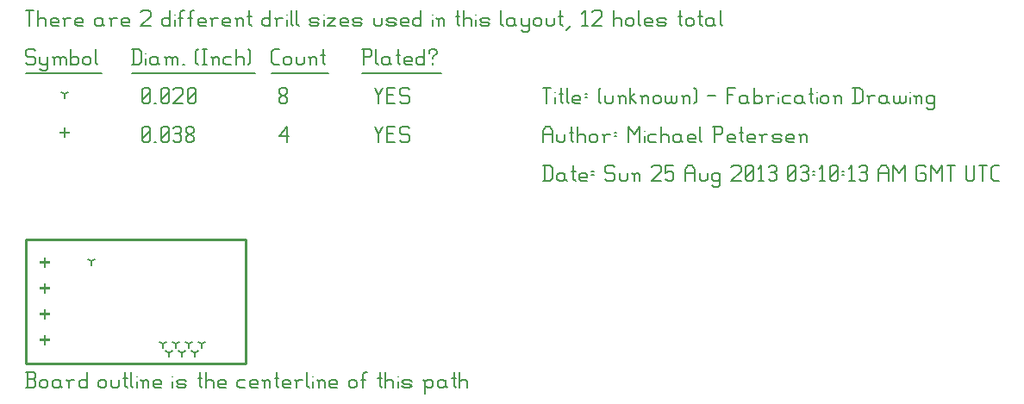
<source format=gbr>
G04 start of page 12 for group -3984 idx -3984 *
G04 Title: (unknown), fab *
G04 Creator: pcb 20110918 *
G04 CreationDate: Sun 25 Aug 2013 03:10:13 AM GMT UTC *
G04 For: railfan *
G04 Format: Gerber/RS-274X *
G04 PCB-Dimensions: 85000 48000 *
G04 PCB-Coordinate-Origin: lower left *
%MOIN*%
%FSLAX25Y25*%
%LNFAB*%
%ADD57C,0.0100*%
%ADD56C,0.0075*%
%ADD55C,0.0060*%
%ADD54R,0.0080X0.0080*%
G54D54*X7500Y40600D02*Y37400D01*
X5900Y39000D02*X9100D01*
X7500Y30600D02*Y27400D01*
X5900Y29000D02*X9100D01*
X7500Y20600D02*Y17400D01*
X5900Y19000D02*X9100D01*
X7500Y10600D02*Y7400D01*
X5900Y9000D02*X9100D01*
X15000Y90850D02*Y87650D01*
X13400Y89250D02*X16600D01*
G54D55*X135000Y91500D02*X136500Y88500D01*
X138000Y91500D01*
X136500Y88500D02*Y85500D01*
X139800Y88800D02*X142050D01*
X139800Y85500D02*X142800D01*
X139800Y91500D02*Y85500D01*
Y91500D02*X142800D01*
X147600D02*X148350Y90750D01*
X145350Y91500D02*X147600D01*
X144600Y90750D02*X145350Y91500D01*
X144600Y90750D02*Y89250D01*
X145350Y88500D01*
X147600D01*
X148350Y87750D01*
Y86250D01*
X147600Y85500D02*X148350Y86250D01*
X145350Y85500D02*X147600D01*
X144600Y86250D02*X145350Y85500D01*
X98000Y87750D02*X101000Y91500D01*
X98000Y87750D02*X101750D01*
X101000Y91500D02*Y85500D01*
X45000Y86250D02*X45750Y85500D01*
X45000Y90750D02*Y86250D01*
Y90750D02*X45750Y91500D01*
X47250D01*
X48000Y90750D01*
Y86250D01*
X47250Y85500D02*X48000Y86250D01*
X45750Y85500D02*X47250D01*
X45000Y87000D02*X48000Y90000D01*
X49800Y85500D02*X50550D01*
X52350Y86250D02*X53100Y85500D01*
X52350Y90750D02*Y86250D01*
Y90750D02*X53100Y91500D01*
X54600D01*
X55350Y90750D01*
Y86250D01*
X54600Y85500D02*X55350Y86250D01*
X53100Y85500D02*X54600D01*
X52350Y87000D02*X55350Y90000D01*
X57150Y90750D02*X57900Y91500D01*
X59400D01*
X60150Y90750D01*
X59400Y85500D02*X60150Y86250D01*
X57900Y85500D02*X59400D01*
X57150Y86250D02*X57900Y85500D01*
Y88800D02*X59400D01*
X60150Y90750D02*Y89550D01*
Y88050D02*Y86250D01*
Y88050D02*X59400Y88800D01*
X60150Y89550D02*X59400Y88800D01*
X61950Y86250D02*X62700Y85500D01*
X61950Y87450D02*Y86250D01*
Y87450D02*X63000Y88500D01*
X63900D01*
X64950Y87450D01*
Y86250D01*
X64200Y85500D02*X64950Y86250D01*
X62700Y85500D02*X64200D01*
X61950Y89550D02*X63000Y88500D01*
X61950Y90750D02*Y89550D01*
Y90750D02*X62700Y91500D01*
X64200D01*
X64950Y90750D01*
Y89550D01*
X63900Y88500D02*X64950Y89550D01*
X25500Y39500D02*Y37900D01*
Y39500D02*X26887Y40300D01*
X25500Y39500D02*X24113Y40300D01*
X53000Y7500D02*Y5900D01*
Y7500D02*X54387Y8300D01*
X53000Y7500D02*X51613Y8300D01*
X58000Y7500D02*Y5900D01*
Y7500D02*X59387Y8300D01*
X58000Y7500D02*X56613Y8300D01*
X63000Y7500D02*Y5900D01*
Y7500D02*X64387Y8300D01*
X63000Y7500D02*X61613Y8300D01*
X68000Y7500D02*Y5900D01*
Y7500D02*X69387Y8300D01*
X68000Y7500D02*X66613Y8300D01*
X55500Y4000D02*Y2400D01*
Y4000D02*X56887Y4800D01*
X55500Y4000D02*X54113Y4800D01*
X60500Y4000D02*Y2400D01*
Y4000D02*X61887Y4800D01*
X60500Y4000D02*X59113Y4800D01*
X65500Y4000D02*Y2400D01*
Y4000D02*X66887Y4800D01*
X65500Y4000D02*X64113Y4800D01*
X15000Y104250D02*Y102650D01*
Y104250D02*X16387Y105050D01*
X15000Y104250D02*X13613Y105050D01*
X135000Y106500D02*X136500Y103500D01*
X138000Y106500D01*
X136500Y103500D02*Y100500D01*
X139800Y103800D02*X142050D01*
X139800Y100500D02*X142800D01*
X139800Y106500D02*Y100500D01*
Y106500D02*X142800D01*
X147600D02*X148350Y105750D01*
X145350Y106500D02*X147600D01*
X144600Y105750D02*X145350Y106500D01*
X144600Y105750D02*Y104250D01*
X145350Y103500D01*
X147600D01*
X148350Y102750D01*
Y101250D01*
X147600Y100500D02*X148350Y101250D01*
X145350Y100500D02*X147600D01*
X144600Y101250D02*X145350Y100500D01*
X98000Y101250D02*X98750Y100500D01*
X98000Y102450D02*Y101250D01*
Y102450D02*X99050Y103500D01*
X99950D01*
X101000Y102450D01*
Y101250D01*
X100250Y100500D02*X101000Y101250D01*
X98750Y100500D02*X100250D01*
X98000Y104550D02*X99050Y103500D01*
X98000Y105750D02*Y104550D01*
Y105750D02*X98750Y106500D01*
X100250D01*
X101000Y105750D01*
Y104550D01*
X99950Y103500D02*X101000Y104550D01*
X45000Y101250D02*X45750Y100500D01*
X45000Y105750D02*Y101250D01*
Y105750D02*X45750Y106500D01*
X47250D01*
X48000Y105750D01*
Y101250D01*
X47250Y100500D02*X48000Y101250D01*
X45750Y100500D02*X47250D01*
X45000Y102000D02*X48000Y105000D01*
X49800Y100500D02*X50550D01*
X52350Y101250D02*X53100Y100500D01*
X52350Y105750D02*Y101250D01*
Y105750D02*X53100Y106500D01*
X54600D01*
X55350Y105750D01*
Y101250D01*
X54600Y100500D02*X55350Y101250D01*
X53100Y100500D02*X54600D01*
X52350Y102000D02*X55350Y105000D01*
X57150Y105750D02*X57900Y106500D01*
X60150D01*
X60900Y105750D01*
Y104250D01*
X57150Y100500D02*X60900Y104250D01*
X57150Y100500D02*X60900D01*
X62700Y101250D02*X63450Y100500D01*
X62700Y105750D02*Y101250D01*
Y105750D02*X63450Y106500D01*
X64950D01*
X65700Y105750D01*
Y101250D01*
X64950Y100500D02*X65700Y101250D01*
X63450Y100500D02*X64950D01*
X62700Y102000D02*X65700Y105000D01*
X3000Y121500D02*X3750Y120750D01*
X750Y121500D02*X3000D01*
X0Y120750D02*X750Y121500D01*
X0Y120750D02*Y119250D01*
X750Y118500D01*
X3000D01*
X3750Y117750D01*
Y116250D01*
X3000Y115500D02*X3750Y116250D01*
X750Y115500D02*X3000D01*
X0Y116250D02*X750Y115500D01*
X5550Y118500D02*Y116250D01*
X6300Y115500D01*
X8550Y118500D02*Y114000D01*
X7800Y113250D02*X8550Y114000D01*
X6300Y113250D02*X7800D01*
X5550Y114000D02*X6300Y113250D01*
Y115500D02*X7800D01*
X8550Y116250D01*
X11100Y117750D02*Y115500D01*
Y117750D02*X11850Y118500D01*
X12600D01*
X13350Y117750D01*
Y115500D01*
Y117750D02*X14100Y118500D01*
X14850D01*
X15600Y117750D01*
Y115500D01*
X10350Y118500D02*X11100Y117750D01*
X17400Y121500D02*Y115500D01*
Y116250D02*X18150Y115500D01*
X19650D01*
X20400Y116250D01*
Y117750D02*Y116250D01*
X19650Y118500D02*X20400Y117750D01*
X18150Y118500D02*X19650D01*
X17400Y117750D02*X18150Y118500D01*
X22200Y117750D02*Y116250D01*
Y117750D02*X22950Y118500D01*
X24450D01*
X25200Y117750D01*
Y116250D01*
X24450Y115500D02*X25200Y116250D01*
X22950Y115500D02*X24450D01*
X22200Y116250D02*X22950Y115500D01*
X27000Y121500D02*Y116250D01*
X27750Y115500D01*
X0Y112250D02*X29250D01*
X41750Y121500D02*Y115500D01*
X43700Y121500D02*X44750Y120450D01*
Y116550D01*
X43700Y115500D02*X44750Y116550D01*
X41000Y115500D02*X43700D01*
X41000Y121500D02*X43700D01*
G54D56*X46550Y120000D02*Y119850D01*
G54D55*Y117750D02*Y115500D01*
X50300Y118500D02*X51050Y117750D01*
X48800Y118500D02*X50300D01*
X48050Y117750D02*X48800Y118500D01*
X48050Y117750D02*Y116250D01*
X48800Y115500D01*
X51050Y118500D02*Y116250D01*
X51800Y115500D01*
X48800D02*X50300D01*
X51050Y116250D01*
X54350Y117750D02*Y115500D01*
Y117750D02*X55100Y118500D01*
X55850D01*
X56600Y117750D01*
Y115500D01*
Y117750D02*X57350Y118500D01*
X58100D01*
X58850Y117750D01*
Y115500D01*
X53600Y118500D02*X54350Y117750D01*
X60650Y115500D02*X61400D01*
X65900Y116250D02*X66650Y115500D01*
X65900Y120750D02*X66650Y121500D01*
X65900Y120750D02*Y116250D01*
X68450Y121500D02*X69950D01*
X69200D02*Y115500D01*
X68450D02*X69950D01*
X72500Y117750D02*Y115500D01*
Y117750D02*X73250Y118500D01*
X74000D01*
X74750Y117750D01*
Y115500D01*
X71750Y118500D02*X72500Y117750D01*
X77300Y118500D02*X79550D01*
X76550Y117750D02*X77300Y118500D01*
X76550Y117750D02*Y116250D01*
X77300Y115500D01*
X79550D01*
X81350Y121500D02*Y115500D01*
Y117750D02*X82100Y118500D01*
X83600D01*
X84350Y117750D01*
Y115500D01*
X86150Y121500D02*X86900Y120750D01*
Y116250D01*
X86150Y115500D02*X86900Y116250D01*
X41000Y112250D02*X88700D01*
X96050Y115500D02*X98000D01*
X95000Y116550D02*X96050Y115500D01*
X95000Y120450D02*Y116550D01*
Y120450D02*X96050Y121500D01*
X98000D01*
X99800Y117750D02*Y116250D01*
Y117750D02*X100550Y118500D01*
X102050D01*
X102800Y117750D01*
Y116250D01*
X102050Y115500D02*X102800Y116250D01*
X100550Y115500D02*X102050D01*
X99800Y116250D02*X100550Y115500D01*
X104600Y118500D02*Y116250D01*
X105350Y115500D01*
X106850D01*
X107600Y116250D01*
Y118500D02*Y116250D01*
X110150Y117750D02*Y115500D01*
Y117750D02*X110900Y118500D01*
X111650D01*
X112400Y117750D01*
Y115500D01*
X109400Y118500D02*X110150Y117750D01*
X114950Y121500D02*Y116250D01*
X115700Y115500D01*
X114200Y119250D02*X115700D01*
X95000Y112250D02*X117200D01*
X130750Y121500D02*Y115500D01*
X130000Y121500D02*X133000D01*
X133750Y120750D01*
Y119250D01*
X133000Y118500D02*X133750Y119250D01*
X130750Y118500D02*X133000D01*
X135550Y121500D02*Y116250D01*
X136300Y115500D01*
X140050Y118500D02*X140800Y117750D01*
X138550Y118500D02*X140050D01*
X137800Y117750D02*X138550Y118500D01*
X137800Y117750D02*Y116250D01*
X138550Y115500D01*
X140800Y118500D02*Y116250D01*
X141550Y115500D01*
X138550D02*X140050D01*
X140800Y116250D01*
X144100Y121500D02*Y116250D01*
X144850Y115500D01*
X143350Y119250D02*X144850D01*
X147100Y115500D02*X149350D01*
X146350Y116250D02*X147100Y115500D01*
X146350Y117750D02*Y116250D01*
Y117750D02*X147100Y118500D01*
X148600D01*
X149350Y117750D01*
X146350Y117000D02*X149350D01*
Y117750D02*Y117000D01*
X154150Y121500D02*Y115500D01*
X153400D02*X154150Y116250D01*
X151900Y115500D02*X153400D01*
X151150Y116250D02*X151900Y115500D01*
X151150Y117750D02*Y116250D01*
Y117750D02*X151900Y118500D01*
X153400D01*
X154150Y117750D01*
X157450Y118500D02*Y117750D01*
Y116250D02*Y115500D01*
X155950Y120750D02*Y120000D01*
Y120750D02*X156700Y121500D01*
X158200D01*
X158950Y120750D01*
Y120000D01*
X157450Y118500D02*X158950Y120000D01*
X130000Y112250D02*X160750D01*
X0Y136500D02*X3000D01*
X1500D02*Y130500D01*
X4800Y136500D02*Y130500D01*
Y132750D02*X5550Y133500D01*
X7050D01*
X7800Y132750D01*
Y130500D01*
X10350D02*X12600D01*
X9600Y131250D02*X10350Y130500D01*
X9600Y132750D02*Y131250D01*
Y132750D02*X10350Y133500D01*
X11850D01*
X12600Y132750D01*
X9600Y132000D02*X12600D01*
Y132750D02*Y132000D01*
X15150Y132750D02*Y130500D01*
Y132750D02*X15900Y133500D01*
X17400D01*
X14400D02*X15150Y132750D01*
X19950Y130500D02*X22200D01*
X19200Y131250D02*X19950Y130500D01*
X19200Y132750D02*Y131250D01*
Y132750D02*X19950Y133500D01*
X21450D01*
X22200Y132750D01*
X19200Y132000D02*X22200D01*
Y132750D02*Y132000D01*
X28950Y133500D02*X29700Y132750D01*
X27450Y133500D02*X28950D01*
X26700Y132750D02*X27450Y133500D01*
X26700Y132750D02*Y131250D01*
X27450Y130500D01*
X29700Y133500D02*Y131250D01*
X30450Y130500D01*
X27450D02*X28950D01*
X29700Y131250D01*
X33000Y132750D02*Y130500D01*
Y132750D02*X33750Y133500D01*
X35250D01*
X32250D02*X33000Y132750D01*
X37800Y130500D02*X40050D01*
X37050Y131250D02*X37800Y130500D01*
X37050Y132750D02*Y131250D01*
Y132750D02*X37800Y133500D01*
X39300D01*
X40050Y132750D01*
X37050Y132000D02*X40050D01*
Y132750D02*Y132000D01*
X44550Y135750D02*X45300Y136500D01*
X47550D01*
X48300Y135750D01*
Y134250D01*
X44550Y130500D02*X48300Y134250D01*
X44550Y130500D02*X48300D01*
X55800Y136500D02*Y130500D01*
X55050D02*X55800Y131250D01*
X53550Y130500D02*X55050D01*
X52800Y131250D02*X53550Y130500D01*
X52800Y132750D02*Y131250D01*
Y132750D02*X53550Y133500D01*
X55050D01*
X55800Y132750D01*
G54D56*X57600Y135000D02*Y134850D01*
G54D55*Y132750D02*Y130500D01*
X59850Y135750D02*Y130500D01*
Y135750D02*X60600Y136500D01*
X61350D01*
X59100Y133500D02*X60600D01*
X63600Y135750D02*Y130500D01*
Y135750D02*X64350Y136500D01*
X65100D01*
X62850Y133500D02*X64350D01*
X67350Y130500D02*X69600D01*
X66600Y131250D02*X67350Y130500D01*
X66600Y132750D02*Y131250D01*
Y132750D02*X67350Y133500D01*
X68850D01*
X69600Y132750D01*
X66600Y132000D02*X69600D01*
Y132750D02*Y132000D01*
X72150Y132750D02*Y130500D01*
Y132750D02*X72900Y133500D01*
X74400D01*
X71400D02*X72150Y132750D01*
X76950Y130500D02*X79200D01*
X76200Y131250D02*X76950Y130500D01*
X76200Y132750D02*Y131250D01*
Y132750D02*X76950Y133500D01*
X78450D01*
X79200Y132750D01*
X76200Y132000D02*X79200D01*
Y132750D02*Y132000D01*
X81750Y132750D02*Y130500D01*
Y132750D02*X82500Y133500D01*
X83250D01*
X84000Y132750D01*
Y130500D01*
X81000Y133500D02*X81750Y132750D01*
X86550Y136500D02*Y131250D01*
X87300Y130500D01*
X85800Y134250D02*X87300D01*
X94500Y136500D02*Y130500D01*
X93750D02*X94500Y131250D01*
X92250Y130500D02*X93750D01*
X91500Y131250D02*X92250Y130500D01*
X91500Y132750D02*Y131250D01*
Y132750D02*X92250Y133500D01*
X93750D01*
X94500Y132750D01*
X97050D02*Y130500D01*
Y132750D02*X97800Y133500D01*
X99300D01*
X96300D02*X97050Y132750D01*
G54D56*X101100Y135000D02*Y134850D01*
G54D55*Y132750D02*Y130500D01*
X102600Y136500D02*Y131250D01*
X103350Y130500D01*
X104850Y136500D02*Y131250D01*
X105600Y130500D01*
X110550D02*X112800D01*
X113550Y131250D01*
X112800Y132000D02*X113550Y131250D01*
X110550Y132000D02*X112800D01*
X109800Y132750D02*X110550Y132000D01*
X109800Y132750D02*X110550Y133500D01*
X112800D01*
X113550Y132750D01*
X109800Y131250D02*X110550Y130500D01*
G54D56*X115350Y135000D02*Y134850D01*
G54D55*Y132750D02*Y130500D01*
X116850Y133500D02*X119850D01*
X116850Y130500D02*X119850Y133500D01*
X116850Y130500D02*X119850D01*
X122400D02*X124650D01*
X121650Y131250D02*X122400Y130500D01*
X121650Y132750D02*Y131250D01*
Y132750D02*X122400Y133500D01*
X123900D01*
X124650Y132750D01*
X121650Y132000D02*X124650D01*
Y132750D02*Y132000D01*
X127200Y130500D02*X129450D01*
X130200Y131250D01*
X129450Y132000D02*X130200Y131250D01*
X127200Y132000D02*X129450D01*
X126450Y132750D02*X127200Y132000D01*
X126450Y132750D02*X127200Y133500D01*
X129450D01*
X130200Y132750D01*
X126450Y131250D02*X127200Y130500D01*
X134700Y133500D02*Y131250D01*
X135450Y130500D01*
X136950D01*
X137700Y131250D01*
Y133500D02*Y131250D01*
X140250Y130500D02*X142500D01*
X143250Y131250D01*
X142500Y132000D02*X143250Y131250D01*
X140250Y132000D02*X142500D01*
X139500Y132750D02*X140250Y132000D01*
X139500Y132750D02*X140250Y133500D01*
X142500D01*
X143250Y132750D01*
X139500Y131250D02*X140250Y130500D01*
X145800D02*X148050D01*
X145050Y131250D02*X145800Y130500D01*
X145050Y132750D02*Y131250D01*
Y132750D02*X145800Y133500D01*
X147300D01*
X148050Y132750D01*
X145050Y132000D02*X148050D01*
Y132750D02*Y132000D01*
X152850Y136500D02*Y130500D01*
X152100D02*X152850Y131250D01*
X150600Y130500D02*X152100D01*
X149850Y131250D02*X150600Y130500D01*
X149850Y132750D02*Y131250D01*
Y132750D02*X150600Y133500D01*
X152100D01*
X152850Y132750D01*
G54D56*X157350Y135000D02*Y134850D01*
G54D55*Y132750D02*Y130500D01*
X159600Y132750D02*Y130500D01*
Y132750D02*X160350Y133500D01*
X161100D01*
X161850Y132750D01*
Y130500D01*
X158850Y133500D02*X159600Y132750D01*
X167100Y136500D02*Y131250D01*
X167850Y130500D01*
X166350Y134250D02*X167850D01*
X169350Y136500D02*Y130500D01*
Y132750D02*X170100Y133500D01*
X171600D01*
X172350Y132750D01*
Y130500D01*
G54D56*X174150Y135000D02*Y134850D01*
G54D55*Y132750D02*Y130500D01*
X176400D02*X178650D01*
X179400Y131250D01*
X178650Y132000D02*X179400Y131250D01*
X176400Y132000D02*X178650D01*
X175650Y132750D02*X176400Y132000D01*
X175650Y132750D02*X176400Y133500D01*
X178650D01*
X179400Y132750D01*
X175650Y131250D02*X176400Y130500D01*
X183900Y136500D02*Y131250D01*
X184650Y130500D01*
X188400Y133500D02*X189150Y132750D01*
X186900Y133500D02*X188400D01*
X186150Y132750D02*X186900Y133500D01*
X186150Y132750D02*Y131250D01*
X186900Y130500D01*
X189150Y133500D02*Y131250D01*
X189900Y130500D01*
X186900D02*X188400D01*
X189150Y131250D01*
X191700Y133500D02*Y131250D01*
X192450Y130500D01*
X194700Y133500D02*Y129000D01*
X193950Y128250D02*X194700Y129000D01*
X192450Y128250D02*X193950D01*
X191700Y129000D02*X192450Y128250D01*
Y130500D02*X193950D01*
X194700Y131250D01*
X196500Y132750D02*Y131250D01*
Y132750D02*X197250Y133500D01*
X198750D01*
X199500Y132750D01*
Y131250D01*
X198750Y130500D02*X199500Y131250D01*
X197250Y130500D02*X198750D01*
X196500Y131250D02*X197250Y130500D01*
X201300Y133500D02*Y131250D01*
X202050Y130500D01*
X203550D01*
X204300Y131250D01*
Y133500D02*Y131250D01*
X206850Y136500D02*Y131250D01*
X207600Y130500D01*
X206100Y134250D02*X207600D01*
X209100Y129000D02*X210600Y130500D01*
X215100Y135300D02*X216300Y136500D01*
Y130500D01*
X215100D02*X217350D01*
X219150Y135750D02*X219900Y136500D01*
X222150D01*
X222900Y135750D01*
Y134250D01*
X219150Y130500D02*X222900Y134250D01*
X219150Y130500D02*X222900D01*
X227400Y136500D02*Y130500D01*
Y132750D02*X228150Y133500D01*
X229650D01*
X230400Y132750D01*
Y130500D01*
X232200Y132750D02*Y131250D01*
Y132750D02*X232950Y133500D01*
X234450D01*
X235200Y132750D01*
Y131250D01*
X234450Y130500D02*X235200Y131250D01*
X232950Y130500D02*X234450D01*
X232200Y131250D02*X232950Y130500D01*
X237000Y136500D02*Y131250D01*
X237750Y130500D01*
X240000D02*X242250D01*
X239250Y131250D02*X240000Y130500D01*
X239250Y132750D02*Y131250D01*
Y132750D02*X240000Y133500D01*
X241500D01*
X242250Y132750D01*
X239250Y132000D02*X242250D01*
Y132750D02*Y132000D01*
X244800Y130500D02*X247050D01*
X247800Y131250D01*
X247050Y132000D02*X247800Y131250D01*
X244800Y132000D02*X247050D01*
X244050Y132750D02*X244800Y132000D01*
X244050Y132750D02*X244800Y133500D01*
X247050D01*
X247800Y132750D01*
X244050Y131250D02*X244800Y130500D01*
X253050Y136500D02*Y131250D01*
X253800Y130500D01*
X252300Y134250D02*X253800D01*
X255300Y132750D02*Y131250D01*
Y132750D02*X256050Y133500D01*
X257550D01*
X258300Y132750D01*
Y131250D01*
X257550Y130500D02*X258300Y131250D01*
X256050Y130500D02*X257550D01*
X255300Y131250D02*X256050Y130500D01*
X260850Y136500D02*Y131250D01*
X261600Y130500D01*
X260100Y134250D02*X261600D01*
X265350Y133500D02*X266100Y132750D01*
X263850Y133500D02*X265350D01*
X263100Y132750D02*X263850Y133500D01*
X263100Y132750D02*Y131250D01*
X263850Y130500D01*
X266100Y133500D02*Y131250D01*
X266850Y130500D01*
X263850D02*X265350D01*
X266100Y131250D01*
X268650Y136500D02*Y131250D01*
X269400Y130500D01*
G54D57*X0Y48000D02*X85000D01*
Y0D01*
X0D01*
Y48000D01*
G54D55*Y-9500D02*X3000D01*
X3750Y-8750D01*
Y-6950D02*Y-8750D01*
X3000Y-6200D02*X3750Y-6950D01*
X750Y-6200D02*X3000D01*
X750Y-3500D02*Y-9500D01*
X0Y-3500D02*X3000D01*
X3750Y-4250D01*
Y-5450D01*
X3000Y-6200D02*X3750Y-5450D01*
X5550Y-7250D02*Y-8750D01*
Y-7250D02*X6300Y-6500D01*
X7800D01*
X8550Y-7250D01*
Y-8750D01*
X7800Y-9500D02*X8550Y-8750D01*
X6300Y-9500D02*X7800D01*
X5550Y-8750D02*X6300Y-9500D01*
X12600Y-6500D02*X13350Y-7250D01*
X11100Y-6500D02*X12600D01*
X10350Y-7250D02*X11100Y-6500D01*
X10350Y-7250D02*Y-8750D01*
X11100Y-9500D01*
X13350Y-6500D02*Y-8750D01*
X14100Y-9500D01*
X11100D02*X12600D01*
X13350Y-8750D01*
X16650Y-7250D02*Y-9500D01*
Y-7250D02*X17400Y-6500D01*
X18900D01*
X15900D02*X16650Y-7250D01*
X23700Y-3500D02*Y-9500D01*
X22950D02*X23700Y-8750D01*
X21450Y-9500D02*X22950D01*
X20700Y-8750D02*X21450Y-9500D01*
X20700Y-7250D02*Y-8750D01*
Y-7250D02*X21450Y-6500D01*
X22950D01*
X23700Y-7250D01*
X28200D02*Y-8750D01*
Y-7250D02*X28950Y-6500D01*
X30450D01*
X31200Y-7250D01*
Y-8750D01*
X30450Y-9500D02*X31200Y-8750D01*
X28950Y-9500D02*X30450D01*
X28200Y-8750D02*X28950Y-9500D01*
X33000Y-6500D02*Y-8750D01*
X33750Y-9500D01*
X35250D01*
X36000Y-8750D01*
Y-6500D02*Y-8750D01*
X38550Y-3500D02*Y-8750D01*
X39300Y-9500D01*
X37800Y-5750D02*X39300D01*
X40800Y-3500D02*Y-8750D01*
X41550Y-9500D01*
G54D56*X43050Y-5000D02*Y-5150D01*
G54D55*Y-7250D02*Y-9500D01*
X45300Y-7250D02*Y-9500D01*
Y-7250D02*X46050Y-6500D01*
X46800D01*
X47550Y-7250D01*
Y-9500D01*
X44550Y-6500D02*X45300Y-7250D01*
X50100Y-9500D02*X52350D01*
X49350Y-8750D02*X50100Y-9500D01*
X49350Y-7250D02*Y-8750D01*
Y-7250D02*X50100Y-6500D01*
X51600D01*
X52350Y-7250D01*
X49350Y-8000D02*X52350D01*
Y-7250D02*Y-8000D01*
G54D56*X56850Y-5000D02*Y-5150D01*
G54D55*Y-7250D02*Y-9500D01*
X59100D02*X61350D01*
X62100Y-8750D01*
X61350Y-8000D02*X62100Y-8750D01*
X59100Y-8000D02*X61350D01*
X58350Y-7250D02*X59100Y-8000D01*
X58350Y-7250D02*X59100Y-6500D01*
X61350D01*
X62100Y-7250D01*
X58350Y-8750D02*X59100Y-9500D01*
X67350Y-3500D02*Y-8750D01*
X68100Y-9500D01*
X66600Y-5750D02*X68100D01*
X69600Y-3500D02*Y-9500D01*
Y-7250D02*X70350Y-6500D01*
X71850D01*
X72600Y-7250D01*
Y-9500D01*
X75150D02*X77400D01*
X74400Y-8750D02*X75150Y-9500D01*
X74400Y-7250D02*Y-8750D01*
Y-7250D02*X75150Y-6500D01*
X76650D01*
X77400Y-7250D01*
X74400Y-8000D02*X77400D01*
Y-7250D02*Y-8000D01*
X82650Y-6500D02*X84900D01*
X81900Y-7250D02*X82650Y-6500D01*
X81900Y-7250D02*Y-8750D01*
X82650Y-9500D01*
X84900D01*
X87450D02*X89700D01*
X86700Y-8750D02*X87450Y-9500D01*
X86700Y-7250D02*Y-8750D01*
Y-7250D02*X87450Y-6500D01*
X88950D01*
X89700Y-7250D01*
X86700Y-8000D02*X89700D01*
Y-7250D02*Y-8000D01*
X92250Y-7250D02*Y-9500D01*
Y-7250D02*X93000Y-6500D01*
X93750D01*
X94500Y-7250D01*
Y-9500D01*
X91500Y-6500D02*X92250Y-7250D01*
X97050Y-3500D02*Y-8750D01*
X97800Y-9500D01*
X96300Y-5750D02*X97800D01*
X100050Y-9500D02*X102300D01*
X99300Y-8750D02*X100050Y-9500D01*
X99300Y-7250D02*Y-8750D01*
Y-7250D02*X100050Y-6500D01*
X101550D01*
X102300Y-7250D01*
X99300Y-8000D02*X102300D01*
Y-7250D02*Y-8000D01*
X104850Y-7250D02*Y-9500D01*
Y-7250D02*X105600Y-6500D01*
X107100D01*
X104100D02*X104850Y-7250D01*
X108900Y-3500D02*Y-8750D01*
X109650Y-9500D01*
G54D56*X111150Y-5000D02*Y-5150D01*
G54D55*Y-7250D02*Y-9500D01*
X113400Y-7250D02*Y-9500D01*
Y-7250D02*X114150Y-6500D01*
X114900D01*
X115650Y-7250D01*
Y-9500D01*
X112650Y-6500D02*X113400Y-7250D01*
X118200Y-9500D02*X120450D01*
X117450Y-8750D02*X118200Y-9500D01*
X117450Y-7250D02*Y-8750D01*
Y-7250D02*X118200Y-6500D01*
X119700D01*
X120450Y-7250D01*
X117450Y-8000D02*X120450D01*
Y-7250D02*Y-8000D01*
X124950Y-7250D02*Y-8750D01*
Y-7250D02*X125700Y-6500D01*
X127200D01*
X127950Y-7250D01*
Y-8750D01*
X127200Y-9500D02*X127950Y-8750D01*
X125700Y-9500D02*X127200D01*
X124950Y-8750D02*X125700Y-9500D01*
X130500Y-4250D02*Y-9500D01*
Y-4250D02*X131250Y-3500D01*
X132000D01*
X129750Y-6500D02*X131250D01*
X136950Y-3500D02*Y-8750D01*
X137700Y-9500D01*
X136200Y-5750D02*X137700D01*
X139200Y-3500D02*Y-9500D01*
Y-7250D02*X139950Y-6500D01*
X141450D01*
X142200Y-7250D01*
Y-9500D01*
G54D56*X144000Y-5000D02*Y-5150D01*
G54D55*Y-7250D02*Y-9500D01*
X146250D02*X148500D01*
X149250Y-8750D01*
X148500Y-8000D02*X149250Y-8750D01*
X146250Y-8000D02*X148500D01*
X145500Y-7250D02*X146250Y-8000D01*
X145500Y-7250D02*X146250Y-6500D01*
X148500D01*
X149250Y-7250D01*
X145500Y-8750D02*X146250Y-9500D01*
X154500Y-7250D02*Y-11750D01*
X153750Y-6500D02*X154500Y-7250D01*
X155250Y-6500D01*
X156750D01*
X157500Y-7250D01*
Y-8750D01*
X156750Y-9500D02*X157500Y-8750D01*
X155250Y-9500D02*X156750D01*
X154500Y-8750D02*X155250Y-9500D01*
X161550Y-6500D02*X162300Y-7250D01*
X160050Y-6500D02*X161550D01*
X159300Y-7250D02*X160050Y-6500D01*
X159300Y-7250D02*Y-8750D01*
X160050Y-9500D01*
X162300Y-6500D02*Y-8750D01*
X163050Y-9500D01*
X160050D02*X161550D01*
X162300Y-8750D01*
X165600Y-3500D02*Y-8750D01*
X166350Y-9500D01*
X164850Y-5750D02*X166350D01*
X167850Y-3500D02*Y-9500D01*
Y-7250D02*X168600Y-6500D01*
X170100D01*
X170850Y-7250D01*
Y-9500D01*
X200750Y76500D02*Y70500D01*
X202700Y76500D02*X203750Y75450D01*
Y71550D01*
X202700Y70500D02*X203750Y71550D01*
X200000Y70500D02*X202700D01*
X200000Y76500D02*X202700D01*
X207800Y73500D02*X208550Y72750D01*
X206300Y73500D02*X207800D01*
X205550Y72750D02*X206300Y73500D01*
X205550Y72750D02*Y71250D01*
X206300Y70500D01*
X208550Y73500D02*Y71250D01*
X209300Y70500D01*
X206300D02*X207800D01*
X208550Y71250D01*
X211850Y76500D02*Y71250D01*
X212600Y70500D01*
X211100Y74250D02*X212600D01*
X214850Y70500D02*X217100D01*
X214100Y71250D02*X214850Y70500D01*
X214100Y72750D02*Y71250D01*
Y72750D02*X214850Y73500D01*
X216350D01*
X217100Y72750D01*
X214100Y72000D02*X217100D01*
Y72750D02*Y72000D01*
X218900Y74250D02*X219650D01*
X218900Y72750D02*X219650D01*
X227150Y76500D02*X227900Y75750D01*
X224900Y76500D02*X227150D01*
X224150Y75750D02*X224900Y76500D01*
X224150Y75750D02*Y74250D01*
X224900Y73500D01*
X227150D01*
X227900Y72750D01*
Y71250D01*
X227150Y70500D02*X227900Y71250D01*
X224900Y70500D02*X227150D01*
X224150Y71250D02*X224900Y70500D01*
X229700Y73500D02*Y71250D01*
X230450Y70500D01*
X231950D01*
X232700Y71250D01*
Y73500D02*Y71250D01*
X235250Y72750D02*Y70500D01*
Y72750D02*X236000Y73500D01*
X236750D01*
X237500Y72750D01*
Y70500D01*
X234500Y73500D02*X235250Y72750D01*
X242000Y75750D02*X242750Y76500D01*
X245000D01*
X245750Y75750D01*
Y74250D01*
X242000Y70500D02*X245750Y74250D01*
X242000Y70500D02*X245750D01*
X247550Y76500D02*X250550D01*
X247550D02*Y73500D01*
X248300Y74250D01*
X249800D01*
X250550Y73500D01*
Y71250D01*
X249800Y70500D02*X250550Y71250D01*
X248300Y70500D02*X249800D01*
X247550Y71250D02*X248300Y70500D01*
X255050Y75000D02*Y70500D01*
Y75000D02*X256100Y76500D01*
X257750D01*
X258800Y75000D01*
Y70500D01*
X255050Y73500D02*X258800D01*
X260600D02*Y71250D01*
X261350Y70500D01*
X262850D01*
X263600Y71250D01*
Y73500D02*Y71250D01*
X267650Y73500D02*X268400Y72750D01*
X266150Y73500D02*X267650D01*
X265400Y72750D02*X266150Y73500D01*
X265400Y72750D02*Y71250D01*
X266150Y70500D01*
X267650D01*
X268400Y71250D01*
X265400Y69000D02*X266150Y68250D01*
X267650D01*
X268400Y69000D01*
Y73500D02*Y69000D01*
X272900Y75750D02*X273650Y76500D01*
X275900D01*
X276650Y75750D01*
Y74250D01*
X272900Y70500D02*X276650Y74250D01*
X272900Y70500D02*X276650D01*
X278450Y71250D02*X279200Y70500D01*
X278450Y75750D02*Y71250D01*
Y75750D02*X279200Y76500D01*
X280700D01*
X281450Y75750D01*
Y71250D01*
X280700Y70500D02*X281450Y71250D01*
X279200Y70500D02*X280700D01*
X278450Y72000D02*X281450Y75000D01*
X283250Y75300D02*X284450Y76500D01*
Y70500D01*
X283250D02*X285500D01*
X287300Y75750D02*X288050Y76500D01*
X289550D01*
X290300Y75750D01*
X289550Y70500D02*X290300Y71250D01*
X288050Y70500D02*X289550D01*
X287300Y71250D02*X288050Y70500D01*
Y73800D02*X289550D01*
X290300Y75750D02*Y74550D01*
Y73050D02*Y71250D01*
Y73050D02*X289550Y73800D01*
X290300Y74550D02*X289550Y73800D01*
X294800Y71250D02*X295550Y70500D01*
X294800Y75750D02*Y71250D01*
Y75750D02*X295550Y76500D01*
X297050D01*
X297800Y75750D01*
Y71250D01*
X297050Y70500D02*X297800Y71250D01*
X295550Y70500D02*X297050D01*
X294800Y72000D02*X297800Y75000D01*
X299600Y75750D02*X300350Y76500D01*
X301850D01*
X302600Y75750D01*
X301850Y70500D02*X302600Y71250D01*
X300350Y70500D02*X301850D01*
X299600Y71250D02*X300350Y70500D01*
Y73800D02*X301850D01*
X302600Y75750D02*Y74550D01*
Y73050D02*Y71250D01*
Y73050D02*X301850Y73800D01*
X302600Y74550D02*X301850Y73800D01*
X304400Y74250D02*X305150D01*
X304400Y72750D02*X305150D01*
X306950Y75300D02*X308150Y76500D01*
Y70500D01*
X306950D02*X309200D01*
X311000Y71250D02*X311750Y70500D01*
X311000Y75750D02*Y71250D01*
Y75750D02*X311750Y76500D01*
X313250D01*
X314000Y75750D01*
Y71250D01*
X313250Y70500D02*X314000Y71250D01*
X311750Y70500D02*X313250D01*
X311000Y72000D02*X314000Y75000D01*
X315800Y74250D02*X316550D01*
X315800Y72750D02*X316550D01*
X318350Y75300D02*X319550Y76500D01*
Y70500D01*
X318350D02*X320600D01*
X322400Y75750D02*X323150Y76500D01*
X324650D01*
X325400Y75750D01*
X324650Y70500D02*X325400Y71250D01*
X323150Y70500D02*X324650D01*
X322400Y71250D02*X323150Y70500D01*
Y73800D02*X324650D01*
X325400Y75750D02*Y74550D01*
Y73050D02*Y71250D01*
Y73050D02*X324650Y73800D01*
X325400Y74550D02*X324650Y73800D01*
X329900Y75000D02*Y70500D01*
Y75000D02*X330950Y76500D01*
X332600D01*
X333650Y75000D01*
Y70500D01*
X329900Y73500D02*X333650D01*
X335450Y76500D02*Y70500D01*
Y76500D02*X337700Y73500D01*
X339950Y76500D01*
Y70500D01*
X347450Y76500D02*X348200Y75750D01*
X345200Y76500D02*X347450D01*
X344450Y75750D02*X345200Y76500D01*
X344450Y75750D02*Y71250D01*
X345200Y70500D01*
X347450D01*
X348200Y71250D01*
Y72750D02*Y71250D01*
X347450Y73500D02*X348200Y72750D01*
X345950Y73500D02*X347450D01*
X350000Y76500D02*Y70500D01*
Y76500D02*X352250Y73500D01*
X354500Y76500D01*
Y70500D01*
X356300Y76500D02*X359300D01*
X357800D02*Y70500D01*
X363800Y76500D02*Y71250D01*
X364550Y70500D01*
X366050D01*
X366800Y71250D01*
Y76500D02*Y71250D01*
X368600Y76500D02*X371600D01*
X370100D02*Y70500D01*
X374450D02*X376400D01*
X373400Y71550D02*X374450Y70500D01*
X373400Y75450D02*Y71550D01*
Y75450D02*X374450Y76500D01*
X376400D01*
X200000Y90000D02*Y85500D01*
Y90000D02*X201050Y91500D01*
X202700D01*
X203750Y90000D01*
Y85500D01*
X200000Y88500D02*X203750D01*
X205550D02*Y86250D01*
X206300Y85500D01*
X207800D01*
X208550Y86250D01*
Y88500D02*Y86250D01*
X211100Y91500D02*Y86250D01*
X211850Y85500D01*
X210350Y89250D02*X211850D01*
X213350Y91500D02*Y85500D01*
Y87750D02*X214100Y88500D01*
X215600D01*
X216350Y87750D01*
Y85500D01*
X218150Y87750D02*Y86250D01*
Y87750D02*X218900Y88500D01*
X220400D01*
X221150Y87750D01*
Y86250D01*
X220400Y85500D02*X221150Y86250D01*
X218900Y85500D02*X220400D01*
X218150Y86250D02*X218900Y85500D01*
X223700Y87750D02*Y85500D01*
Y87750D02*X224450Y88500D01*
X225950D01*
X222950D02*X223700Y87750D01*
X227750Y89250D02*X228500D01*
X227750Y87750D02*X228500D01*
X233000Y91500D02*Y85500D01*
Y91500D02*X235250Y88500D01*
X237500Y91500D01*
Y85500D01*
G54D56*X239300Y90000D02*Y89850D01*
G54D55*Y87750D02*Y85500D01*
X241550Y88500D02*X243800D01*
X240800Y87750D02*X241550Y88500D01*
X240800Y87750D02*Y86250D01*
X241550Y85500D01*
X243800D01*
X245600Y91500D02*Y85500D01*
Y87750D02*X246350Y88500D01*
X247850D01*
X248600Y87750D01*
Y85500D01*
X252650Y88500D02*X253400Y87750D01*
X251150Y88500D02*X252650D01*
X250400Y87750D02*X251150Y88500D01*
X250400Y87750D02*Y86250D01*
X251150Y85500D01*
X253400Y88500D02*Y86250D01*
X254150Y85500D01*
X251150D02*X252650D01*
X253400Y86250D01*
X256700Y85500D02*X258950D01*
X255950Y86250D02*X256700Y85500D01*
X255950Y87750D02*Y86250D01*
Y87750D02*X256700Y88500D01*
X258200D01*
X258950Y87750D01*
X255950Y87000D02*X258950D01*
Y87750D02*Y87000D01*
X260750Y91500D02*Y86250D01*
X261500Y85500D01*
X266450Y91500D02*Y85500D01*
X265700Y91500D02*X268700D01*
X269450Y90750D01*
Y89250D01*
X268700Y88500D02*X269450Y89250D01*
X266450Y88500D02*X268700D01*
X272000Y85500D02*X274250D01*
X271250Y86250D02*X272000Y85500D01*
X271250Y87750D02*Y86250D01*
Y87750D02*X272000Y88500D01*
X273500D01*
X274250Y87750D01*
X271250Y87000D02*X274250D01*
Y87750D02*Y87000D01*
X276800Y91500D02*Y86250D01*
X277550Y85500D01*
X276050Y89250D02*X277550D01*
X279800Y85500D02*X282050D01*
X279050Y86250D02*X279800Y85500D01*
X279050Y87750D02*Y86250D01*
Y87750D02*X279800Y88500D01*
X281300D01*
X282050Y87750D01*
X279050Y87000D02*X282050D01*
Y87750D02*Y87000D01*
X284600Y87750D02*Y85500D01*
Y87750D02*X285350Y88500D01*
X286850D01*
X283850D02*X284600Y87750D01*
X289400Y85500D02*X291650D01*
X292400Y86250D01*
X291650Y87000D02*X292400Y86250D01*
X289400Y87000D02*X291650D01*
X288650Y87750D02*X289400Y87000D01*
X288650Y87750D02*X289400Y88500D01*
X291650D01*
X292400Y87750D01*
X288650Y86250D02*X289400Y85500D01*
X294950D02*X297200D01*
X294200Y86250D02*X294950Y85500D01*
X294200Y87750D02*Y86250D01*
Y87750D02*X294950Y88500D01*
X296450D01*
X297200Y87750D01*
X294200Y87000D02*X297200D01*
Y87750D02*Y87000D01*
X299750Y87750D02*Y85500D01*
Y87750D02*X300500Y88500D01*
X301250D01*
X302000Y87750D01*
Y85500D01*
X299000Y88500D02*X299750Y87750D01*
X200000Y106500D02*X203000D01*
X201500D02*Y100500D01*
G54D56*X204800Y105000D02*Y104850D01*
G54D55*Y102750D02*Y100500D01*
X207050Y106500D02*Y101250D01*
X207800Y100500D01*
X206300Y104250D02*X207800D01*
X209300Y106500D02*Y101250D01*
X210050Y100500D01*
X212300D02*X214550D01*
X211550Y101250D02*X212300Y100500D01*
X211550Y102750D02*Y101250D01*
Y102750D02*X212300Y103500D01*
X213800D01*
X214550Y102750D01*
X211550Y102000D02*X214550D01*
Y102750D02*Y102000D01*
X216350Y104250D02*X217100D01*
X216350Y102750D02*X217100D01*
X221600Y101250D02*X222350Y100500D01*
X221600Y105750D02*X222350Y106500D01*
X221600Y105750D02*Y101250D01*
X224150Y103500D02*Y101250D01*
X224900Y100500D01*
X226400D01*
X227150Y101250D01*
Y103500D02*Y101250D01*
X229700Y102750D02*Y100500D01*
Y102750D02*X230450Y103500D01*
X231200D01*
X231950Y102750D01*
Y100500D01*
X228950Y103500D02*X229700Y102750D01*
X233750Y106500D02*Y100500D01*
Y102750D02*X236000Y100500D01*
X233750Y102750D02*X235250Y104250D01*
X238550Y102750D02*Y100500D01*
Y102750D02*X239300Y103500D01*
X240050D01*
X240800Y102750D01*
Y100500D01*
X237800Y103500D02*X238550Y102750D01*
X242600D02*Y101250D01*
Y102750D02*X243350Y103500D01*
X244850D01*
X245600Y102750D01*
Y101250D01*
X244850Y100500D02*X245600Y101250D01*
X243350Y100500D02*X244850D01*
X242600Y101250D02*X243350Y100500D01*
X247400Y103500D02*Y101250D01*
X248150Y100500D01*
X248900D01*
X249650Y101250D01*
Y103500D02*Y101250D01*
X250400Y100500D01*
X251150D01*
X251900Y101250D01*
Y103500D02*Y101250D01*
X254450Y102750D02*Y100500D01*
Y102750D02*X255200Y103500D01*
X255950D01*
X256700Y102750D01*
Y100500D01*
X253700Y103500D02*X254450Y102750D01*
X258500Y106500D02*X259250Y105750D01*
Y101250D01*
X258500Y100500D02*X259250Y101250D01*
X263750Y103500D02*X266750D01*
X271250Y106500D02*Y100500D01*
Y106500D02*X274250D01*
X271250Y103800D02*X273500D01*
X278300Y103500D02*X279050Y102750D01*
X276800Y103500D02*X278300D01*
X276050Y102750D02*X276800Y103500D01*
X276050Y102750D02*Y101250D01*
X276800Y100500D01*
X279050Y103500D02*Y101250D01*
X279800Y100500D01*
X276800D02*X278300D01*
X279050Y101250D01*
X281600Y106500D02*Y100500D01*
Y101250D02*X282350Y100500D01*
X283850D01*
X284600Y101250D01*
Y102750D02*Y101250D01*
X283850Y103500D02*X284600Y102750D01*
X282350Y103500D02*X283850D01*
X281600Y102750D02*X282350Y103500D01*
X287150Y102750D02*Y100500D01*
Y102750D02*X287900Y103500D01*
X289400D01*
X286400D02*X287150Y102750D01*
G54D56*X291200Y105000D02*Y104850D01*
G54D55*Y102750D02*Y100500D01*
X293450Y103500D02*X295700D01*
X292700Y102750D02*X293450Y103500D01*
X292700Y102750D02*Y101250D01*
X293450Y100500D01*
X295700D01*
X299750Y103500D02*X300500Y102750D01*
X298250Y103500D02*X299750D01*
X297500Y102750D02*X298250Y103500D01*
X297500Y102750D02*Y101250D01*
X298250Y100500D01*
X300500Y103500D02*Y101250D01*
X301250Y100500D01*
X298250D02*X299750D01*
X300500Y101250D01*
X303800Y106500D02*Y101250D01*
X304550Y100500D01*
X303050Y104250D02*X304550D01*
G54D56*X306050Y105000D02*Y104850D01*
G54D55*Y102750D02*Y100500D01*
X307550Y102750D02*Y101250D01*
Y102750D02*X308300Y103500D01*
X309800D01*
X310550Y102750D01*
Y101250D01*
X309800Y100500D02*X310550Y101250D01*
X308300Y100500D02*X309800D01*
X307550Y101250D02*X308300Y100500D01*
X313100Y102750D02*Y100500D01*
Y102750D02*X313850Y103500D01*
X314600D01*
X315350Y102750D01*
Y100500D01*
X312350Y103500D02*X313100Y102750D01*
X320600Y106500D02*Y100500D01*
X322550Y106500D02*X323600Y105450D01*
Y101550D01*
X322550Y100500D02*X323600Y101550D01*
X319850Y100500D02*X322550D01*
X319850Y106500D02*X322550D01*
X326150Y102750D02*Y100500D01*
Y102750D02*X326900Y103500D01*
X328400D01*
X325400D02*X326150Y102750D01*
X332450Y103500D02*X333200Y102750D01*
X330950Y103500D02*X332450D01*
X330200Y102750D02*X330950Y103500D01*
X330200Y102750D02*Y101250D01*
X330950Y100500D01*
X333200Y103500D02*Y101250D01*
X333950Y100500D01*
X330950D02*X332450D01*
X333200Y101250D01*
X335750Y103500D02*Y101250D01*
X336500Y100500D01*
X337250D01*
X338000Y101250D01*
Y103500D02*Y101250D01*
X338750Y100500D01*
X339500D01*
X340250Y101250D01*
Y103500D02*Y101250D01*
G54D56*X342050Y105000D02*Y104850D01*
G54D55*Y102750D02*Y100500D01*
X344300Y102750D02*Y100500D01*
Y102750D02*X345050Y103500D01*
X345800D01*
X346550Y102750D01*
Y100500D01*
X343550Y103500D02*X344300Y102750D01*
X350600Y103500D02*X351350Y102750D01*
X349100Y103500D02*X350600D01*
X348350Y102750D02*X349100Y103500D01*
X348350Y102750D02*Y101250D01*
X349100Y100500D01*
X350600D01*
X351350Y101250D01*
X348350Y99000D02*X349100Y98250D01*
X350600D01*
X351350Y99000D01*
Y103500D02*Y99000D01*
M02*

</source>
